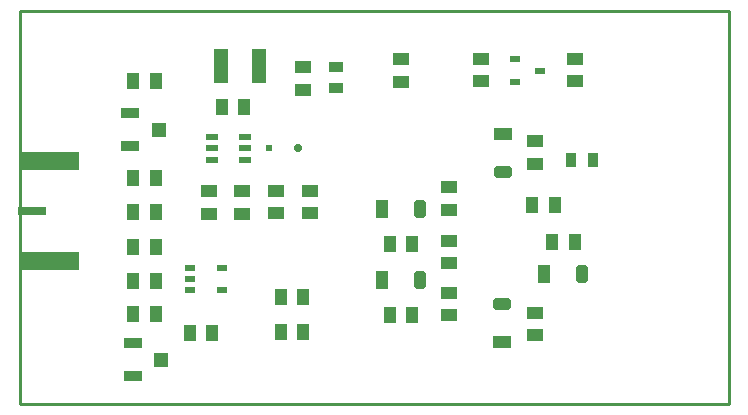
<source format=gtp>
G04 Layer_Color=8421504*
%FSLAX44Y44*%
%MOMM*%
G71*
G01*
G75*
%ADD10R,4.9000X1.6000*%
%ADD11R,2.3500X0.7000*%
%ADD12R,1.0000X0.5500*%
%ADD13R,0.9000X0.5500*%
%ADD14R,1.3970X1.0160*%
%ADD15R,0.8500X0.6000*%
%ADD16R,1.0160X1.3970*%
%ADD17R,1.0000X1.5000*%
G04:AMPARAMS|DCode=18|XSize=1mm|YSize=1.5mm|CornerRadius=0.25mm|HoleSize=0mm|Usage=FLASHONLY|Rotation=180.000|XOffset=0mm|YOffset=0mm|HoleType=Round|Shape=RoundedRectangle|*
%AMROUNDEDRECTD18*
21,1,1.0000,1.0000,0,0,180.0*
21,1,0.5000,1.5000,0,0,180.0*
1,1,0.5000,-0.2500,0.5000*
1,1,0.5000,0.2500,0.5000*
1,1,0.5000,0.2500,-0.5000*
1,1,0.5000,-0.2500,-0.5000*
%
%ADD18ROUNDEDRECTD18*%
%ADD19R,0.6000X0.6000*%
G04:AMPARAMS|DCode=20|XSize=0.6mm|YSize=0.6mm|CornerRadius=0.15mm|HoleSize=0mm|Usage=FLASHONLY|Rotation=180.000|XOffset=0mm|YOffset=0mm|HoleType=Round|Shape=RoundedRectangle|*
%AMROUNDEDRECTD20*
21,1,0.6000,0.3000,0,0,180.0*
21,1,0.3000,0.6000,0,0,180.0*
1,1,0.3000,-0.1500,0.1500*
1,1,0.3000,0.1500,0.1500*
1,1,0.3000,0.1500,-0.1500*
1,1,0.3000,-0.1500,-0.1500*
%
%ADD20ROUNDEDRECTD20*%
%ADD21R,1.3000X3.0000*%
%ADD22R,1.2500X0.9000*%
%ADD23R,1.6000X0.9000*%
%ADD24R,1.3000X1.3000*%
%ADD25R,1.5000X1.0000*%
G04:AMPARAMS|DCode=26|XSize=1mm|YSize=1.5mm|CornerRadius=0.25mm|HoleSize=0mm|Usage=FLASHONLY|Rotation=270.000|XOffset=0mm|YOffset=0mm|HoleType=Round|Shape=RoundedRectangle|*
%AMROUNDEDRECTD26*
21,1,1.0000,1.0000,0,0,270.0*
21,1,0.5000,1.5000,0,0,270.0*
1,1,0.5000,-0.5000,-0.2500*
1,1,0.5000,-0.5000,0.2500*
1,1,0.5000,0.5000,0.2500*
1,1,0.5000,0.5000,-0.2500*
%
%ADD26ROUNDEDRECTD26*%
%ADD27R,0.9000X1.2500*%
%ADD31C,0.2540*%
D10*
X375750Y652500D02*
D03*
Y567500D02*
D03*
D11*
X360000Y610000D02*
D03*
D12*
X540432Y672660D02*
D03*
Y663000D02*
D03*
X513000Y672660D02*
D03*
Y663000D02*
D03*
X540400Y653340D02*
D03*
X513000D02*
D03*
D13*
X521000Y561796D02*
D03*
X494108D02*
D03*
Y552398D02*
D03*
X521000Y543000D02*
D03*
X494108D02*
D03*
D14*
X740000Y720000D02*
D03*
Y739050D02*
D03*
X820000Y739000D02*
D03*
Y719950D02*
D03*
X672500Y738500D02*
D03*
Y719450D02*
D03*
X713000Y541000D02*
D03*
Y521950D02*
D03*
Y585000D02*
D03*
Y565950D02*
D03*
Y630050D02*
D03*
Y611000D02*
D03*
X590000Y732000D02*
D03*
Y712950D02*
D03*
X510000Y607950D02*
D03*
Y627000D02*
D03*
X567000Y627050D02*
D03*
Y608000D02*
D03*
X596000D02*
D03*
Y627050D02*
D03*
X538000Y607950D02*
D03*
Y627000D02*
D03*
X786000Y524000D02*
D03*
Y504950D02*
D03*
Y650000D02*
D03*
Y669050D02*
D03*
D15*
X790750Y729000D02*
D03*
X769250Y719500D02*
D03*
Y738500D02*
D03*
D16*
X446000Y720000D02*
D03*
X465050D02*
D03*
X682000Y522000D02*
D03*
X662950D02*
D03*
X682000Y582000D02*
D03*
X662950D02*
D03*
X520950Y698000D02*
D03*
X540000D02*
D03*
X590050Y537000D02*
D03*
X571000D02*
D03*
X590050Y508000D02*
D03*
X571000D02*
D03*
X494000Y507000D02*
D03*
X513050D02*
D03*
X465050Y523000D02*
D03*
X446000D02*
D03*
Y638000D02*
D03*
X465050D02*
D03*
X465000Y551000D02*
D03*
X445950D02*
D03*
X465000Y580000D02*
D03*
X445950D02*
D03*
X465000Y609000D02*
D03*
X445950D02*
D03*
X820000Y584000D02*
D03*
X800950D02*
D03*
X784000Y615000D02*
D03*
X803050D02*
D03*
D17*
X656940Y552000D02*
D03*
Y612000D02*
D03*
X794000Y556586D02*
D03*
D18*
X689040Y552000D02*
D03*
Y612000D02*
D03*
X826100Y556586D02*
D03*
D19*
X561000Y663000D02*
D03*
D20*
X585500D02*
D03*
D21*
X520250Y733000D02*
D03*
X552408D02*
D03*
D22*
X618000Y714000D02*
D03*
Y732000D02*
D03*
D23*
X445600Y498000D02*
D03*
Y470000D02*
D03*
X443600Y693000D02*
D03*
Y665000D02*
D03*
D24*
X469900Y484000D02*
D03*
X467900Y679000D02*
D03*
D25*
X758000Y498940D02*
D03*
X759000Y675000D02*
D03*
D26*
X758000Y531040D02*
D03*
X759000Y642900D02*
D03*
D27*
X835000Y653000D02*
D03*
X817000D02*
D03*
D31*
X350000Y447000D02*
Y779000D01*
X950000D01*
Y447000D02*
Y779000D01*
X350000Y447000D02*
X950000D01*
M02*

</source>
